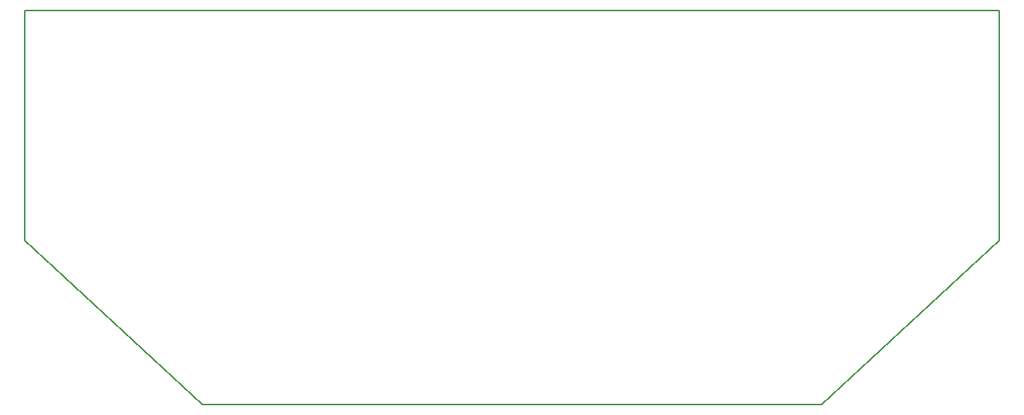
<source format=gbr>
G04 #@! TF.GenerationSoftware,KiCad,Pcbnew,5.1.5-52549c5~84~ubuntu19.10.1*
G04 #@! TF.CreationDate,2020-01-22T18:49:14-06:00*
G04 #@! TF.ProjectId,Timer,54696d65-722e-46b6-9963-61645f706362,rev?*
G04 #@! TF.SameCoordinates,PX93be440PYaa38e78*
G04 #@! TF.FileFunction,Profile,NP*
%FSLAX46Y46*%
G04 Gerber Fmt 4.6, Leading zero omitted, Abs format (unit mm)*
G04 Created by KiCad (PCBNEW 5.1.5-52549c5~84~ubuntu19.10.1) date 2020-01-22 18:49:14*
%MOMM*%
%LPD*%
G04 APERTURE LIST*
%ADD10C,0.150000*%
G04 APERTURE END LIST*
D10*
X-110000000Y18500000D02*
X-110000000Y44500000D01*
X-90000000Y0D02*
X-110000000Y18500000D01*
X-20000000Y0D02*
X-90000000Y0D01*
X0Y18500000D02*
X-20000000Y0D01*
X0Y18500000D02*
X0Y44500000D01*
X-110000000Y44500000D02*
X0Y44500000D01*
M02*

</source>
